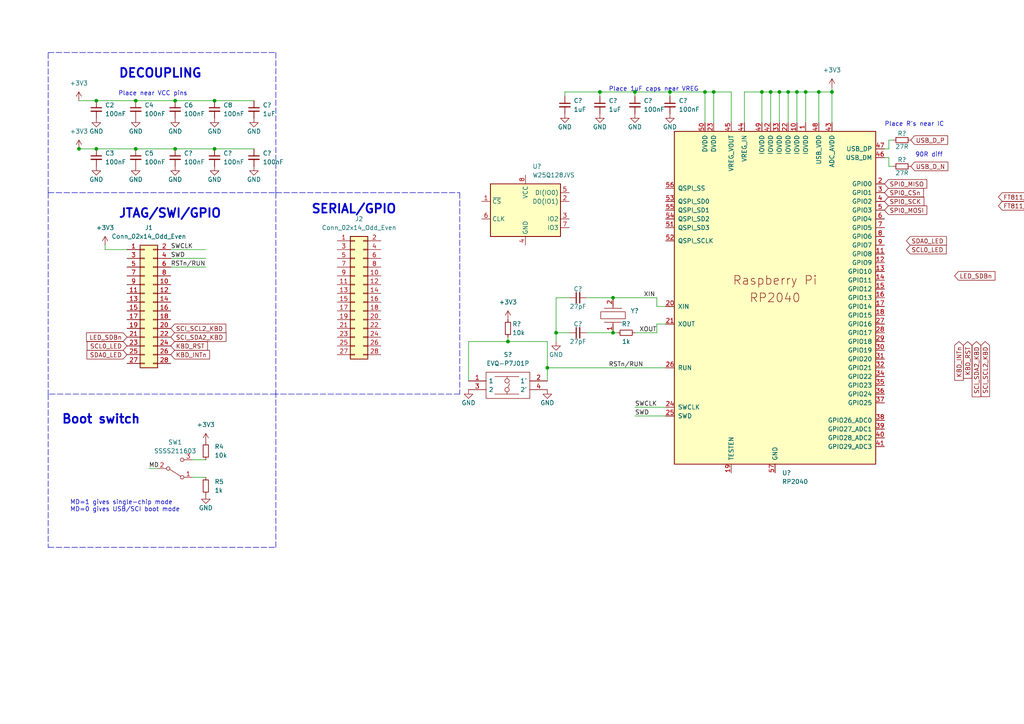
<source format=kicad_sch>
(kicad_sch (version 20211123) (generator eeschema)
  (paper "A4")
  (lib_symbols
    (symbol "Connector_Generic:Conn_02x14_Odd_Even" (pin_names (offset 1.016) hide)
      (property "Reference" "J" (at 1.27 17.78 0))
      (property "Value" "Conn_02x14_Odd_Even" (at 1.27 -20.32 0))
      (symbol "Conn_02x14_Odd_Even_1_1"
        (rectangle (start -1.27 -17.653) (end 0 -17.907) (stroke (width 0.1524)))
        (rectangle (start -1.27 -15.113) (end 0 -15.367) (stroke (width 0.1524)))
        (rectangle (start -1.27 -12.573) (end 0 -12.827) (stroke (width 0.1524)))
        (rectangle (start -1.27 -10.033) (end 0 -10.287) (stroke (width 0.1524)))
        (rectangle (start -1.27 -7.493) (end 0 -7.747) (stroke (width 0.1524)))
        (rectangle (start -1.27 -4.953) (end 0 -5.207) (stroke (width 0.1524)))
        (rectangle (start -1.27 -2.413) (end 0 -2.667) (stroke (width 0.1524)))
        (rectangle (start -1.27 0.127) (end 0 -0.127) (stroke (width 0.1524)))
        (rectangle (start -1.27 2.667) (end 0 2.413) (stroke (width 0.1524)))
        (rectangle (start -1.27 5.207) (end 0 4.953) (stroke (width 0.1524)))
        (rectangle (start -1.27 7.747) (end 0 7.493) (stroke (width 0.1524)))
        (rectangle (start -1.27 10.287) (end 0 10.033) (stroke (width 0.1524)))
        (rectangle (start -1.27 12.827) (end 0 12.573) (stroke (width 0.1524)))
        (rectangle (start -1.27 15.367) (end 0 15.113) (stroke (width 0.1524)))
        (rectangle (start -1.27 16.51) (end 3.81 -19.05) (stroke (width 0.254)) (fill (type background)))
        (rectangle (start 3.81 -17.653) (end 2.54 -17.907) (stroke (width 0.1524)))
        (rectangle (start 3.81 -15.113) (end 2.54 -15.367) (stroke (width 0.1524)))
        (rectangle (start 3.81 -12.573) (end 2.54 -12.827) (stroke (width 0.1524)))
        (rectangle (start 3.81 -10.033) (end 2.54 -10.287) (stroke (width 0.1524)))
        (rectangle (start 3.81 -7.493) (end 2.54 -7.747) (stroke (width 0.1524)))
        (rectangle (start 3.81 -4.953) (end 2.54 -5.207) (stroke (width 0.1524)))
        (rectangle (start 3.81 -2.413) (end 2.54 -2.667) (stroke (width 0.1524)))
        (rectangle (start 3.81 0.127) (end 2.54 -0.127) (stroke (width 0.1524)))
        (rectangle (start 3.81 2.667) (end 2.54 2.413) (stroke (width 0.1524)))
        (rectangle (start 3.81 5.207) (end 2.54 4.953) (stroke (width 0.1524)))
        (rectangle (start 3.81 7.747) (end 2.54 7.493) (stroke (width 0.1524)))
        (rectangle (start 3.81 10.287) (end 2.54 10.033) (stroke (width 0.1524)))
        (rectangle (start 3.81 12.827) (end 2.54 12.573) (stroke (width 0.1524)))
        (rectangle (start 3.81 15.367) (end 2.54 15.113) (stroke (width 0.1524)))
        (pin passive line (at -5.08 15.24 0) (length 3.81) (name "Pin_1") (number "1"))
        (pin passive line (at 7.62 5.08 180) (length 3.81) (name "Pin_10") (number "10"))
        (pin passive line (at -5.08 2.54 0) (length 3.81) (name "Pin_11") (number "11"))
        (pin passive line (at 7.62 2.54 180) (length 3.81) (name "Pin_12") (number "12"))
        (pin passive line (at -5.08 0 0) (length 3.81) (name "Pin_13") (number "13"))
        (pin passive line (at 7.62 0 180) (length 3.81) (name "Pin_14") (number "14"))
        (pin passive line (at -5.08 -2.54 0) (length 3.81) (name "Pin_15") (number "15"))
        (pin passive line (at 7.62 -2.54 180) (length 3.81) (name "Pin_16") (number "16"))
        (pin passive line (at -5.08 -5.08 0) (length 3.81) (name "Pin_17") (number "17"))
        (pin passive line (at 7.62 -5.08 180) (length 3.81) (name "Pin_18") (number "18"))
        (pin passive line (at -5.08 -7.62 0) (length 3.81) (name "Pin_19") (number "19"))
        (pin passive line (at 7.62 15.24 180) (length 3.81) (name "Pin_2") (number "2"))
        (pin passive line (at 7.62 -7.62 180) (length 3.81) (name "Pin_20") (number "20"))
        (pin passive line (at -5.08 -10.16 0) (length 3.81) (name "Pin_21") (number "21"))
        (pin passive line (at 7.62 -10.16 180) (length 3.81) (name "Pin_22") (number "22"))
        (pin passive line (at -5.08 -12.7 0) (length 3.81) (name "Pin_23") (number "23"))
        (pin passive line (at 7.62 -12.7 180) (length 3.81) (name "Pin_24") (number "24"))
        (pin passive line (at -5.08 -15.24 0) (length 3.81) (name "Pin_25") (number "25"))
        (pin passive line (at 7.62 -15.24 180) (length 3.81) (name "Pin_26") (number "26"))
        (pin passive line (at -5.08 -17.78 0) (length 3.81) (name "Pin_27") (number "27"))
        (pin passive line (at 7.62 -17.78 180) (length 3.81) (name "Pin_28") (number "28"))
        (pin passive line (at -5.08 12.7 0) (length 3.81) (name "Pin_3") (number "3"))
        (pin passive line (at 7.62 12.7 180) (length 3.81) (name "Pin_4") (number "4"))
        (pin passive line (at -5.08 10.16 0) (length 3.81) (name "Pin_5") (number "5"))
        (pin passive line (at 7.62 10.16 180) (length 3.81) (name "Pin_6") (number "6"))
        (pin passive line (at -5.08 7.62 0) (length 3.81) (name "Pin_7") (number "7"))
        (pin passive line (at 7.62 7.62 180) (length 3.81) (name "Pin_8") (number "8"))
        (pin passive line (at -5.08 5.08 0) (length 3.81) (name "Pin_9") (number "9"))
      )
    )
    (symbol "Device:C_Small" (pin_numbers hide) (pin_names (offset 0.254) hide)
      (property "Reference" "C" (at 0.254 1.778 0))
      (property "Value" "C_Small" (at 0.254 -2.032 0))
      (symbol "C_Small_0_1"
        (polyline (pts (xy -1.524 -0.508) (xy 1.524 -0.508)) (stroke (width 0.3302)))
        (polyline (pts (xy -1.524 0.508) (xy 1.524 0.508)) (stroke (width 0.3048)))
      )
      (symbol "C_Small_1_1"
        (pin passive line (at 0 2.54 270) (length 2.032) (name "~") (number "1"))
        (pin passive line (at 0 -2.54 90) (length 2.032) (name "~") (number "2"))
      )
    )
    (symbol "Device:R_Small" (pin_numbers hide) (pin_names (offset 0.254) hide)
      (property "Reference" "R" (at 0.762 0.508 0))
      (property "Value" "R_Small" (at 0.762 -1.016 0))
      (symbol "R_Small_0_1"
        (rectangle (start -0.762 1.778) (end 0.762 -1.778) (stroke (width 0.2032)))
      )
      (symbol "R_Small_1_1"
        (pin passive line (at 0 2.54 270) (length 0.762) (name "~") (number "1"))
        (pin passive line (at 0 -2.54 90) (length 0.762) (name "~") (number "2"))
      )
    )
    (symbol "MCU_RaspberryPi_RP2040:RP2040" (pin_names (offset 1.016))
      (property "Reference" "U" (at -29.21 49.53 0))
      (property "Value" "RP2040" (at 24.13 -49.53 0))
      (symbol "RP2040_0_0"
        (text "Raspberry Pi" (at 0 5.08 0) (effects (font (size 2.54 2.54))))
        (text "RP2040" (at 0 0 0) (effects (font (size 2.54 2.54))))
      )
      (symbol "RP2040_0_1"
        (rectangle (start 29.21 48.26) (end -29.21 -48.26) (stroke (width 0.254)) (fill (type background)))
      )
      (symbol "RP2040_1_1"
        (pin power_in line (at 8.89 50.8 270) (length 2.54) (name "IOVDD") (number "1"))
        (pin power_in line (at 6.35 50.8 270) (length 2.54) (name "IOVDD") (number "10"))
        (pin bidirectional line (at 31.75 12.7 180) (length 2.54) (name "GPIO8") (number "11"))
        (pin bidirectional line (at 31.75 10.16 180) (length 2.54) (name "GPIO9") (number "12"))
        (pin bidirectional line (at 31.75 7.62 180) (length 2.54) (name "GPIO10") (number "13"))
        (pin bidirectional line (at 31.75 5.08 180) (length 2.54) (name "GPIO11") (number "14"))
        (pin bidirectional line (at 31.75 2.54 180) (length 2.54) (name "GPIO12") (number "15"))
        (pin bidirectional line (at 31.75 0 180) (length 2.54) (name "GPIO13") (number "16"))
        (pin bidirectional line (at 31.75 -2.54 180) (length 2.54) (name "GPIO14") (number "17"))
        (pin bidirectional line (at 31.75 -5.08 180) (length 2.54) (name "GPIO15") (number "18"))
        (pin passive line (at -12.7 -50.8 90) (length 2.54) (name "TESTEN") (number "19"))
        (pin bidirectional line (at 31.75 33.02 180) (length 2.54) (name "GPIO0") (number "2"))
        (pin input line (at -31.75 -2.54 0) (length 2.54) (name "XIN") (number "20"))
        (pin passive line (at -31.75 -7.62 0) (length 2.54) (name "XOUT") (number "21"))
        (pin power_in line (at 3.81 50.8 270) (length 2.54) (name "IOVDD") (number "22"))
        (pin power_in line (at -17.78 50.8 270) (length 2.54) (name "DVDD") (number "23"))
        (pin output line (at -31.75 -31.75 0) (length 2.54) (name "SWCLK") (number "24"))
        (pin bidirectional line (at -31.75 -34.29 0) (length 2.54) (name "SWD") (number "25"))
        (pin input line (at -31.75 -20.32 0) (length 2.54) (name "RUN") (number "26"))
        (pin bidirectional line (at 31.75 -7.62 180) (length 2.54) (name "GPIO16") (number "27"))
        (pin bidirectional line (at 31.75 -10.16 180) (length 2.54) (name "GPIO17") (number "28"))
        (pin bidirectional line (at 31.75 -12.7 180) (length 2.54) (name "GPIO18") (number "29"))
        (pin bidirectional line (at 31.75 30.48 180) (length 2.54) (name "GPIO1") (number "3"))
        (pin bidirectional line (at 31.75 -15.24 180) (length 2.54) (name "GPIO19") (number "30"))
        (pin bidirectional line (at 31.75 -17.78 180) (length 2.54) (name "GPIO20") (number "31"))
        (pin bidirectional line (at 31.75 -20.32 180) (length 2.54) (name "GPIO21") (number "32"))
        (pin power_in line (at 1.27 50.8 270) (length 2.54) (name "IOVDD") (number "33"))
        (pin bidirectional line (at 31.75 -22.86 180) (length 2.54) (name "GPIO22") (number "34"))
        (pin bidirectional line (at 31.75 -25.4 180) (length 2.54) (name "GPIO23") (number "35"))
        (pin bidirectional line (at 31.75 -27.94 180) (length 2.54) (name "GPIO24") (number "36"))
        (pin bidirectional line (at 31.75 -30.48 180) (length 2.54) (name "GPIO25") (number "37"))
        (pin bidirectional line (at 31.75 -35.56 180) (length 2.54) (name "GPIO26_ADC0") (number "38"))
        (pin bidirectional line (at 31.75 -38.1 180) (length 2.54) (name "GPIO27_ADC1") (number "39"))
        (pin bidirectional line (at 31.75 27.94 180) (length 2.54) (name "GPIO2") (number "4"))
        (pin bidirectional line (at 31.75 -40.64 180) (length 2.54) (name "GPIO28_ADC2") (number "40"))
        (pin bidirectional line (at 31.75 -43.18 180) (length 2.54) (name "GPIO29_ADC3") (number "41"))
        (pin power_in line (at -1.27 50.8 270) (length 2.54) (name "IOVDD") (number "42"))
        (pin power_in line (at 16.51 50.8 270) (length 2.54) (name "ADC_AVDD") (number "43"))
        (pin power_in line (at -8.89 50.8 270) (length 2.54) (name "VREG_IN") (number "44"))
        (pin power_out line (at -12.7 50.8 270) (length 2.54) (name "VREG_VOUT") (number "45"))
        (pin bidirectional line (at 31.75 40.64 180) (length 2.54) (name "USB_DM") (number "46"))
        (pin bidirectional line (at 31.75 43.18 180) (length 2.54) (name "USB_DP") (number "47"))
        (pin power_in line (at 12.7 50.8 270) (length 2.54) (name "USB_VDD") (number "48"))
        (pin power_in line (at -3.81 50.8 270) (length 2.54) (name "IOVDD") (number "49"))
        (pin bidirectional line (at 31.75 25.4 180) (length 2.54) (name "GPIO3") (number "5"))
        (pin power_in line (at -20.32 50.8 270) (length 2.54) (name "DVDD") (number "50"))
        (pin bidirectional line (at -31.75 20.32 0) (length 2.54) (name "QSPI_SD3") (number "51"))
        (pin output line (at -31.75 16.51 0) (length 2.54) (name "QSPI_SCLK") (number "52"))
        (pin bidirectional line (at -31.75 27.94 0) (length 2.54) (name "QSPI_SD0") (number "53"))
        (pin bidirectional line (at -31.75 22.86 0) (length 2.54) (name "QSPI_SD2") (number "54"))
        (pin bidirectional line (at -31.75 25.4 0) (length 2.54) (name "QSPI_SD1") (number "55"))
        (pin bidirectional line (at -31.75 31.75 0) (length 2.54) (name "QSPI_SS") (number "56"))
        (pin power_in line (at 0 -50.8 90) (length 2.54) (name "GND") (number "57"))
        (pin bidirectional line (at 31.75 22.86 180) (length 2.54) (name "GPIO4") (number "6"))
        (pin bidirectional line (at 31.75 20.32 180) (length 2.54) (name "GPIO5") (number "7"))
        (pin bidirectional line (at 31.75 17.78 180) (length 2.54) (name "GPIO6") (number "8"))
        (pin bidirectional line (at 31.75 15.24 180) (length 2.54) (name "GPIO7") (number "9"))
      )
    )
    (symbol "Memory_Flash:W25Q128JVS"
      (property "Reference" "U" (at -8.89 8.89 0))
      (property "Value" "W25Q128JVS" (at 7.62 8.89 0))
      (symbol "W25Q128JVS_0_1"
        (rectangle (start -10.16 7.62) (end 10.16 -7.62) (stroke (width 0.254)) (fill (type background)))
      )
      (symbol "W25Q128JVS_1_1"
        (pin input line (at -12.7 2.54 0) (length 2.54) (name "~{CS}") (number "1"))
        (pin bidirectional line (at 12.7 2.54 180) (length 2.54) (name "DO(IO1)") (number "2"))
        (pin bidirectional line (at 12.7 -2.54 180) (length 2.54) (name "IO2") (number "3"))
        (pin power_in line (at 0 -10.16 90) (length 2.54) (name "GND") (number "4"))
        (pin bidirectional line (at 12.7 5.08 180) (length 2.54) (name "DI(IO0)") (number "5"))
        (pin input line (at -12.7 -2.54 0) (length 2.54) (name "CLK") (number "6"))
        (pin bidirectional line (at 12.7 -5.08 180) (length 2.54) (name "IO3") (number "7"))
        (pin power_in line (at 0 10.16 270) (length 2.54) (name "VCC") (number "8"))
      )
    )
    (symbol "SamacSys_Parts:ABLS-12.000MHZ-B4-T" (pin_names (offset 0.762))
      (property "Reference" "Y" (at 8.89 6.35 0))
      (property "Value" "ABLS-12.000MHZ-B4-T" (at 8.89 3.81 0))
      (symbol "ABLS-12.000MHZ-B4-T_0_0"
        (pin passive line (at 0 0 0) (length 2.54) (name "~") (number "1"))
        (pin passive line (at 10.16 0 180) (length 2.54) (name "~") (number "2"))
      )
      (symbol "ABLS-12.000MHZ-B4-T_0_1"
        (polyline (pts (xy 3.048 0) (xy 2.54 0)) (stroke (width 0.1524)))
        (polyline (pts (xy 3.048 2.54) (xy 3.048 -2.54)) (stroke (width 0.1524)))
        (polyline (pts (xy 7.112 0) (xy 7.62 0)) (stroke (width 0.1524)))
        (polyline (pts (xy 7.112 2.54) (xy 7.112 -2.54)) (stroke (width 0.1524)))
        (polyline (pts (xy 4.064 3.556) (xy 4.064 -3.556) (xy 6.096 -3.556) (xy 6.096 3.556) (xy 4.064 3.556)) (stroke (width 0.1524)))
      )
    )
    (symbol "SamacSys_Parts:EVQ-P7J01P" (pin_names (offset 0.762))
      (property "Reference" "S?" (at 11.43 7.62 0))
      (property "Value" "EVQ-P7J01P" (at 11.43 5.08 0))
      (symbol "EVQ-P7J01P_0_0"
        (pin passive line (at 0 0 0) (length 5.08) (name "1") (number "1"))
        (pin passive line (at 22.86 0 180) (length 5.08) (name "1'") (number "2"))
        (pin passive line (at 0 -2.54 0) (length 5.08) (name "2") (number "3"))
        (pin passive line (at 22.86 -2.54 180) (length 5.08) (name "2'") (number "4"))
      )
      (symbol "EVQ-P7J01P_0_1"
        (polyline (pts (xy 7.62 -3.81) (xy 14.605 -3.81)))
        (polyline (pts (xy 7.62 1.27) (xy 14.605 1.27)))
        (polyline (pts (xy 11.176 -3.302) (xy 11.176 -3.81)))
        (polyline (pts (xy 11.176 0.762) (xy 11.176 1.27)))
        (polyline (pts (xy 11.43 -1.778) (xy 11.938 -0.762)))
        (polyline (pts (xy 5.08 2.54) (xy 17.78 2.54) (xy 17.78 -5.08) (xy 5.08 -5.08) (xy 5.08 2.54)) (stroke (width 0.1524)))
        (circle (center 11.176 -2.54) (radius 0.635))
        (circle (center 11.176 0) (radius 0.635))
      )
    )
    (symbol "Switch:SW_SPDT" (pin_names (offset 0) hide)
      (property "Reference" "SW" (at 0 4.318 0))
      (property "Value" "SW_SPDT" (at 0 -5.08 0))
      (symbol "SW_SPDT_0_0"
        (circle (center -2.032 0) (radius 0.508))
        (circle (center 2.032 -2.54) (radius 0.508))
      )
      (symbol "SW_SPDT_0_1"
        (polyline (pts (xy -1.524 0.254) (xy 1.651 2.286)))
        (circle (center 2.032 2.54) (radius 0.508))
      )
      (symbol "SW_SPDT_1_1"
        (pin passive line (at 5.08 2.54 180) (length 2.54) (name "A") (number "1"))
        (pin passive line (at -5.08 0 0) (length 2.54) (name "B") (number "2"))
        (pin passive line (at 5.08 -2.54 180) (length 2.54) (name "C") (number "3"))
      )
    )
    (symbol "power:+3V3" (power) (pin_names (offset 0))
      (property "Value" "+3V3" (at 0 3.556 0))
      (symbol "+3V3_0_1"
        (polyline (pts (xy -0.762 1.27) (xy 0 2.54)))
        (polyline (pts (xy 0 0) (xy 0 2.54)))
        (polyline (pts (xy 0 2.54) (xy 0.762 1.27)))
      )
      (symbol "+3V3_1_1"
        (pin power_in line (at 0 0 90) (length 0) hide (name "+3V3") (number "1"))
      )
    )
    (symbol "power:GND" (power) (pin_names (offset 0))
      (property "Value" "GND" (at 0 -3.81 0))
      (symbol "GND_0_1"
        (polyline (pts (xy 0 0) (xy 0 -1.27) (xy 1.27 -1.27) (xy 0 -2.54) (xy -1.27 -1.27) (xy 0 -1.27)))
      )
      (symbol "GND_1_1"
        (pin power_in line (at 0 0 270) (length 0) hide (name "GND") (number "1"))
      )
    )
  )
  (junction (at 231.14 26.67))
  (junction (at 27.94 29.21))
  (junction (at 237.49 26.67))
  (junction (at 173.99 26.67))
  (junction (at 147.32 99.06))
  (junction (at 27.94 43.18))
  (junction (at 22.8996 43.18))
  (junction (at 62.23 29.21))
  (junction (at 39.37 29.21))
  (junction (at 223.52 26.67))
  (junction (at 161.29 96.52))
  (junction (at 62.23 43.18))
  (junction (at 220.98 26.67))
  (junction (at 204.47 26.67))
  (junction (at 233.68 26.67))
  (junction (at 241.3 26.67))
  (junction (at 226.06 26.67))
  (junction (at 228.6 26.67))
  (junction (at 194.31 26.67))
  (junction (at 184.15 26.67))
  (junction (at 207.01 26.67))
  (junction (at 50.8 29.21))
  (junction (at 177.8 86.36))
  (junction (at 50.8 43.18))
  (junction (at 158.75 106.68))
  (junction (at 39.37 43.18))
  (junction (at 177.8 96.52))
  (polyline (pts (xy 80.01 55.88) (xy 133.35 55.88)))
  (polyline (pts (xy 13.97 15.24) (xy 80.01 15.24)))
  (wire (pts (xy 190.5 86.36) (xy 177.8 86.36)))
  (wire (pts (xy 220.98 26.67) (xy 223.52 26.67)))
  (wire (pts (xy 190.5 88.9) (xy 190.5 86.36)))
  (wire (pts (xy 39.37 43.18) (xy 50.8 43.18)))
  (wire (pts (xy 190.5 96.52) (xy 190.5 93.98)))
  (wire (pts (xy 55.88 133.35) (xy 59.69 133.35)))
  (polyline (pts (xy 13.97 158.75) (xy 80.01 158.75)))
  (wire (pts (xy 184.15 118.11) (xy 193.04 118.11)))
  (wire (pts (xy 194.31 26.67) (xy 194.31 27.94)))
  (wire (pts (xy 161.29 96.52) (xy 161.29 86.36)))
  (wire (pts (xy 22.86 29.21) (xy 27.94 29.21)))
  (wire (pts (xy 49.53 72.39) (xy 59.69 72.39)))
  (polyline (pts (xy 133.35 114.3) (xy 80.01 114.3)))
  (polyline (pts (xy 13.97 114.3) (xy 13.97 158.75)))
  (polyline (pts (xy 13.97 55.88) (xy 13.97 15.24)))
  (wire (pts (xy 158.75 106.68) (xy 158.75 110.49)))
  (wire (pts (xy 22.8996 43.18) (xy 22.86 43.18)))
  (wire (pts (xy 212.09 35.56) (xy 212.09 26.67)))
  (wire (pts (xy 184.15 120.65) (xy 193.04 120.65)))
  (wire (pts (xy 237.49 26.67) (xy 237.49 35.56)))
  (wire (pts (xy 223.52 26.67) (xy 226.06 26.67)))
  (wire (pts (xy 228.6 26.67) (xy 228.6 35.56)))
  (wire (pts (xy 231.14 26.67) (xy 233.68 26.67)))
  (wire (pts (xy 170.18 86.36) (xy 177.8 86.36)))
  (wire (pts (xy 231.14 26.67) (xy 231.14 35.56)))
  (wire (pts (xy 30.48 72.39) (xy 30.48 71.12)))
  (wire (pts (xy 215.9 35.56) (xy 215.9 26.67)))
  (wire (pts (xy 190.5 93.98) (xy 193.04 93.98)))
  (polyline (pts (xy 13.97 55.88) (xy 13.97 114.3)))
  (polyline (pts (xy 80.01 55.88) (xy 80.01 114.3)))
  (wire (pts (xy 135.89 99.06) (xy 147.32 99.06)))
  (wire (pts (xy 233.68 26.67) (xy 237.49 26.67)))
  (wire (pts (xy 237.49 26.67) (xy 241.3 26.67)))
  (wire (pts (xy 27.94 43.18) (xy 39.37 43.18)))
  (wire (pts (xy 223.52 26.67) (xy 223.52 35.56)))
  (polyline (pts (xy 80.01 158.75) (xy 80.01 114.3)))
  (wire (pts (xy 163.83 26.67) (xy 173.99 26.67)))
  (wire (pts (xy 173.99 26.67) (xy 184.15 26.67)))
  (polyline (pts (xy 133.35 55.88) (xy 133.35 114.3)))
  (wire (pts (xy 204.47 26.67) (xy 194.31 26.67)))
  (wire (pts (xy 43.18 135.89) (xy 45.72 135.89)))
  (wire (pts (xy 39.37 29.21) (xy 27.94 29.21)))
  (wire (pts (xy 193.04 88.9) (xy 190.5 88.9)))
  (polyline (pts (xy 80.01 114.3) (xy 13.97 114.3)))
  (wire (pts (xy 212.09 26.67) (xy 207.01 26.67)))
  (wire (pts (xy 257.81 48.26) (xy 257.81 45.72)))
  (wire (pts (xy 49.53 77.47) (xy 59.69 77.47)))
  (wire (pts (xy 259.08 40.64) (xy 257.81 40.64)))
  (wire (pts (xy 147.32 97.79) (xy 147.32 99.06)))
  (wire (pts (xy 50.8 43.18) (xy 62.23 43.18)))
  (wire (pts (xy 220.98 35.56) (xy 220.98 26.67)))
  (wire (pts (xy 50.8 29.21) (xy 39.37 29.21)))
  (wire (pts (xy 184.15 96.52) (xy 190.5 96.52)))
  (wire (pts (xy 36.83 72.39) (xy 30.48 72.39)))
  (wire (pts (xy 161.29 99.06) (xy 161.29 96.52)))
  (wire (pts (xy 257.81 45.72) (xy 256.54 45.72)))
  (wire (pts (xy 62.23 29.21) (xy 73.66 29.21)))
  (wire (pts (xy 259.08 48.26) (xy 257.81 48.26)))
  (wire (pts (xy 158.75 99.06) (xy 147.32 99.06)))
  (wire (pts (xy 163.83 26.67) (xy 163.83 27.94)))
  (wire (pts (xy 49.53 74.93) (xy 59.69 74.93)))
  (wire (pts (xy 228.6 26.67) (xy 231.14 26.67)))
  (wire (pts (xy 184.15 26.67) (xy 184.15 27.94)))
  (wire (pts (xy 226.06 26.67) (xy 226.06 35.56)))
  (wire (pts (xy 226.06 26.67) (xy 228.6 26.67)))
  (wire (pts (xy 161.29 96.52) (xy 165.1 96.52)))
  (wire (pts (xy 158.75 99.06) (xy 158.75 106.68)))
  (wire (pts (xy 194.31 26.67) (xy 184.15 26.67)))
  (wire (pts (xy 193.04 106.68) (xy 158.75 106.68)))
  (wire (pts (xy 55.88 138.43) (xy 59.69 138.43)))
  (wire (pts (xy 241.3 26.67) (xy 241.3 35.56)))
  (polyline (pts (xy 13.97 55.88) (xy 80.01 55.88)))
  (wire (pts (xy 179.07 96.52) (xy 177.8 96.52)))
  (wire (pts (xy 257.81 40.64) (xy 257.81 43.18)))
  (wire (pts (xy 207.01 26.67) (xy 207.01 35.56)))
  (wire (pts (xy 207.01 26.67) (xy 204.47 26.67)))
  (wire (pts (xy 62.23 43.18) (xy 73.66 43.18)))
  (wire (pts (xy 241.3 25.4) (xy 241.3 26.67)))
  (wire (pts (xy 135.89 110.49) (xy 135.89 99.06)))
  (wire (pts (xy 27.94 43.18) (xy 22.8996 43.18)))
  (wire (pts (xy 204.47 26.67) (xy 204.47 35.56)))
  (wire (pts (xy 62.23 29.21) (xy 50.8 29.21)))
  (polyline (pts (xy 80.01 15.24) (xy 80.01 55.88)))
  (wire (pts (xy 173.99 26.67) (xy 173.99 27.94)))
  (wire (pts (xy 161.29 86.36) (xy 165.1 86.36)))
  (wire (pts (xy 215.9 26.67) (xy 220.98 26.67)))
  (wire (pts (xy 233.68 26.67) (xy 233.68 35.56)))
  (wire (pts (xy 257.81 43.18) (xy 256.54 43.18)))
  (wire (pts (xy 170.18 96.52) (xy 177.8 96.52)))
  (text "SERIAL/GPIO" (at 90.17 62.23 0) (effects (font (size 2.54 2.54) (thickness 0.508) bold) (justify left bottom)))
  (text "DECOUPLING" (at 34.29 22.86 0) (effects (font (size 2.54 2.54) (thickness 0.508) bold) (justify left bottom)))
  (text "Place 1uF caps near VREG" (at 176.53 26.67 0) (effects (font (size 1.27 1.27)) (justify left bottom)))
  (text "MD=1 gives single-chip mode\nMD=0 gives USB/SCI boot mode" (at 20.32 148.59 0) (effects (font (size 1.27 1.27)) (justify left bottom)))
  (text "Place near VCC pins" (at 34.29 27.94 0) (effects (font (size 1.27 1.27)) (justify left bottom)))
  (text "90R diff" (at 265.43 45.72 0) (effects (font (size 1.27 1.27)) (justify left bottom)))
  (text "Place R's near IC" (at 256.54 36.83 0) (effects (font (size 1.27 1.27)) (justify left bottom)))
  (text "Boot switch" (at 17.78 123.19 0) (effects (font (size 2.54 2.54) (thickness 0.508) bold) (justify left bottom)))
  (text "JTAG/SWI/GPIO" (at 34.29 63.5 0) (effects (font (size 2.54 2.54) (thickness 0.508) bold) (justify left bottom)))
  (label "RSTn{slash}RUN" (at 176.53 106.68 0))
  (label "XIN" (at 186.69 86.36 0))
  (label "XOUT" (at 185.42 96.52 0))
  (label "SWCLK" (at 184.15 118.11 0))
  (label "SWCLK" (at 49.53 72.39 0))
  (label "SWD" (at 184.15 120.65 0))
  (label "RSTn{slash}RUN" (at 49.53 77.47 0))
  (label "SWD" (at 49.53 74.93 0))
  (label "MD" (at 43.18 135.89 0))
  (global_label "SPI0_SCK" (shape input) (at 256.54 58.42 0) (property "Intersheet References" "${INTERSHEET_REFS}" (effects hide)))
  (global_label "USB_D_P" (shape input) (at 264.16 40.64 0) (property "Intersheet References" "${INTERSHEET_REFS}" (effects hide)))
  (global_label "FT811_PDN" (shape input) (at 289.56 57.15 0) (property "Intersheet References" "${INTERSHEET_REFS}" (effects hide)))
  (global_label "SPI0_MISO" (shape input) (at 256.54 53.34 0) (property "Intersheet References" "${INTERSHEET_REFS}" (effects hide)))
  (global_label "SPI0_MOSI" (shape input) (at 256.54 60.96 0) (property "Intersheet References" "${INTERSHEET_REFS}" (effects hide)))
  (global_label "KBD_INTn" (shape input) (at 49.53 102.87 0) (property "Intersheet References" "${INTERSHEET_REFS}" (effects hide)))
  (global_label "SCI_SDA2_KBD" (shape input) (at 283.21 99.06 270) (property "Intersheet References" "${INTERSHEET_REFS}" (effects hide)))
  (global_label "SDA0_LED" (shape input) (at 36.83 102.87 180) (property "Intersheet References" "${INTERSHEET_REFS}" (effects hide)))
  (global_label "KBD_RST" (shape input) (at 49.53 100.33 0) (property "Intersheet References" "${INTERSHEET_REFS}" (effects hide)))
  (global_label "SCI_SDA2_KBD" (shape input) (at 49.53 97.79 0) (property "Intersheet References" "${INTERSHEET_REFS}" (effects hide)))
  (global_label "SPI0_CSn" (shape input) (at 256.54 55.88 0) (property "Intersheet References" "${INTERSHEET_REFS}" (effects hide)))
  (global_label "SCL0_LED" (shape input) (at 36.83 100.33 180) (property "Intersheet References" "${INTERSHEET_REFS}" (effects hide)))
  (global_label "SCI_SCL2_KBD" (shape input) (at 285.75 99.06 270) (property "Intersheet References" "${INTERSHEET_REFS}" (effects hide)))
  (global_label "SDA0_LED" (shape input) (at 262.89 69.85 0) (property "Intersheet References" "${INTERSHEET_REFS}" (effects hide)))
  (global_label "LED_SDBn" (shape input) (at 36.83 97.79 180) (property "Intersheet References" "${INTERSHEET_REFS}" (effects hide)))
  (global_label "FT811_INTN" (shape input) (at 289.56 59.69 0) (property "Intersheet References" "${INTERSHEET_REFS}" (effects hide)))
  (global_label "SCI_SCL2_KBD" (shape input) (at 49.53 95.25 0) (property "Intersheet References" "${INTERSHEET_REFS}" (effects hide)))
  (global_label "KBD_INTn" (shape input) (at 278.13 99.06 270) (property "Intersheet References" "${INTERSHEET_REFS}" (effects hide)))
  (global_label "SCL0_LED" (shape input) (at 262.89 72.39 0) (property "Intersheet References" "${INTERSHEET_REFS}" (effects hide)))
  (global_label "LED_SDBn" (shape input) (at 276.86 80.01 0) (property "Intersheet References" "${INTERSHEET_REFS}" (effects hide)))
  (global_label "KBD_RST" (shape input) (at 280.67 99.06 270) (property "Intersheet References" "${INTERSHEET_REFS}" (effects hide)))
  (global_label "USB_D_N" (shape input) (at 264.16 48.26 0) (property "Intersheet References" "${INTERSHEET_REFS}" (effects hide)))
  (symbol (lib_id "power:+3V3") (at 22.86 29.21 0) (unit 1)
    (property "Reference" "#PWR04" (effects hide))
    (property "Value" "+3V3" (at 22.86 24.13 0))
  )
  (symbol (lib_id "power:GND") (at 59.69 143.51 0) (unit 1)
    (property "Reference" "#PWR012" (effects hide))
    (property "Value" "GND" (at 59.69 147.32 0))
  )
  (symbol (lib_id "Device:R_Small") (at 59.69 140.97 0) (mirror y) (unit 1)
    (property "Reference" "R5" (at 62.23 139.6999 0) (effects (justify right)))
    (property "Value" "1k" (at 62.23 142.2399 0) (effects (justify right)))
    (property "Footprint" "Resistor_SMD:R_0402_1005Metric" (effects hide))
    (property "LCSC" "C279981" (effects hide))
  )
  (symbol (lib_id "Memory_Flash:W25Q128JVS") (at 152.4 60.96 0) (unit 1)
    (property "Reference" "U?" (at 154.4194 48.26 0) (effects (justify left)))
    (property "Value" "W25Q128JVS" (at 154.4194 50.8 0) (effects (justify left)))
    (property "Footprint" "Package_SO:SOIC-8_5.23x5.23mm_P1.27mm" (effects hide))
    (property "Datasheet" "http://www.winbond.com/resource-files/w25q128jv_dtr%20revc%2003272018%20plus.pdf" (effects hide))
  )
  (symbol (lib_id "Device:R_Small") (at 261.62 48.26 90) (unit 1)
    (property "Reference" "R?" (at 261.62 46.355 90))
    (property "Value" "27R" (at 261.62 50.165 90))
    (property "Footprint" "Resistor_SMD:R_0402_1005Metric" (effects hide))
    (property "LCSC" "C25100" (effects hide))
  )
  (symbol (lib_id "Device:C_Small") (at 50.8 31.75 0) (unit 1)
    (property "Reference" "C6" (at 53.34 30.4862 0) (effects (justify left)))
    (property "Value" "100nF" (at 53.34 33.0262 0) (effects (justify left)))
    (property "Footprint" "Capacitor_SMD:C_0402_1005Metric" (effects hide))
    (property "LCSC" "C1525" (effects hide))
  )
  (symbol (lib_id "power:+3V3") (at 241.3 25.4 0) (unit 1)
    (property "Reference" "#PWR?" (effects hide))
    (property "Value" "+3V3" (at 241.3 20.32 0))
  )
  (symbol (lib_id "power:GND") (at 73.66 48.26 0) (unit 1)
    (property "Reference" "#PWR?" (effects hide))
    (property "Value" "GND" (at 73.66 52.07 0))
  )
  (symbol (lib_id "Device:C_Small") (at 163.83 30.48 0) (unit 1)
    (property "Reference" "C?" (at 166.37 29.2162 0) (effects (justify left)))
    (property "Value" "1uF" (at 166.37 31.7562 0) (effects (justify left)))
    (property "Footprint" "Capacitor_SMD:C_0402_1005Metric" (effects hide))
    (property "LCSC" "C52923" (effects hide))
  )
  (symbol (lib_id "Device:C_Small") (at 62.23 45.72 0) (unit 1)
    (property "Reference" "C?" (at 64.77 44.4562 0) (effects (justify left)))
    (property "Value" "100nF" (at 64.77 46.9962 0) (effects (justify left)))
    (property "Footprint" "Capacitor_SMD:C_0402_1005Metric" (effects hide))
    (property "LCSC" "C1525" (effects hide))
  )
  (symbol (lib_id "Device:C_Small") (at 27.94 45.72 0) (unit 1)
    (property "Reference" "C3" (at 30.48 44.4562 0) (effects (justify left)))
    (property "Value" "100nF" (at 30.48 46.9962 0) (effects (justify left)))
    (property "Footprint" "Capacitor_SMD:C_0402_1005Metric" (effects hide))
    (property "LCSC" "C1525" (effects hide))
  )
  (symbol (lib_id "Device:R_Small") (at 261.62 40.64 90) (unit 1)
    (property "Reference" "R?" (at 261.62 38.735 90))
    (property "Value" "27R" (at 261.62 42.545 90))
    (property "Footprint" "Resistor_SMD:R_0402_1005Metric" (effects hide))
    (property "LCSC" "C25100" (effects hide))
  )
  (symbol (lib_id "Device:C_Small") (at 27.94 31.75 0) (unit 1)
    (property "Reference" "C2" (at 30.48 30.4862 0) (effects (justify left)))
    (property "Value" "100nF" (at 30.48 33.0262 0) (effects (justify left)))
    (property "Footprint" "Capacitor_SMD:C_0402_1005Metric" (effects hide))
    (property "LCSC" "C1525" (effects hide))
  )
  (symbol (lib_id "Connector_Generic:Conn_02x14_Odd_Even") (at 41.91 87.63 0) (unit 1)
    (property "Reference" "J1" (at 43.18 66.04 0))
    (property "Value" "Conn_02x14_Odd_Even" (at 43.18 68.58 0))
    (property "Footprint" "Connector_PinHeader_2.54mm:PinHeader_2x14_P2.54mm_Vertical_SMD" (effects hide))
    (property "LCSC" "DNM" (effects hide))
  )
  (symbol (lib_id "Device:C_Small") (at 62.23 31.75 0) (unit 1)
    (property "Reference" "C8" (at 64.77 30.4862 0) (effects (justify left)))
    (property "Value" "100nF" (at 64.77 33.0262 0) (effects (justify left)))
    (property "Footprint" "Capacitor_SMD:C_0402_1005Metric" (effects hide))
    (property "LCSC" "C1525" (effects hide))
  )
  (symbol (lib_id "SamacSys_Parts:ABLS-12.000MHZ-B4-T") (at 177.8 96.52 90) (unit 1)
    (property "Reference" "Y?" (at 182.88 90.1699 90) (effects (justify right)))
    (property "Value" "ABLS-12.000MHZ-B4-T" (effects hide))
    (property "Footprint" "RP2040_minimal:Crystal_SMD_HC49-US" (effects hide))
    (property "Datasheet" "https://abracon.com/Resonators/abls.pdf" (effects hide))
    (property "Description" "ABRACON - ABLS-12.000MHZ-B4-T - CRYSTAL, 12MHZ, 18PF, HC-49US" (effects hide))
    (property "Mouser Part Number" "815-ABLS-12.0M-T" (effects hide))
    (property "Mouser Price/Stock" "https://www.mouser.co.uk/ProductDetail/ABRACON/ABLS-12.000MHZ-B4-T?qs=yTU0IcKoRlGSQ8ooxPPVnQ%3D%3D" (effects hide))
    (property "Manufacturer_Name" "ABRACON" (effects hide))
    (property "Manufacturer_Part_Number" "ABLS-12.000MHZ-B4-T" (effects hide))
    (property "LCSC" "C596818" (effects hide))
  )
  (symbol (lib_id "power:GND") (at 50.8 34.29 0) (unit 1)
    (property "Reference" "#PWR010" (effects hide))
    (property "Value" "GND" (at 50.8 38.1 0))
  )
  (symbol (lib_id "Device:R_Small") (at 59.69 130.81 0) (mirror y) (unit 1)
    (property "Reference" "R4" (at 62.23 129.5399 0) (effects (justify right)))
    (property "Value" "10k" (at 62.23 132.0799 0) (effects (justify right)))
    (property "Footprint" "Resistor_SMD:R_0402_1005Metric" (effects hide))
    (property "LCSC" "C140214" (effects hide))
  )
  (symbol (lib_id "Switch:SW_SPDT") (at 50.8 135.89 0) (mirror x) (unit 1)
    (property "Reference" "SW1" (at 50.8 128.27 0))
    (property "Value" "SSSS211603" (at 50.8 130.81 0))
    (property "Footprint" "SamacSys_Parts:SSSS211603" (effects hide))
    (property "LCSC" "C125040" (effects hide))
    (property "Manufacturer" "Alps Alpine" (effects hide))
  )
  (symbol (lib_id "Device:C_Small") (at 39.37 45.72 0) (unit 1)
    (property "Reference" "C5" (at 41.91 44.4562 0) (effects (justify left)))
    (property "Value" "100nF" (at 41.91 46.9962 0) (effects (justify left)))
    (property "Footprint" "Capacitor_SMD:C_0402_1005Metric" (effects hide))
    (property "LCSC" "C1525" (effects hide))
  )
  (symbol (lib_id "Device:C_Small") (at 73.66 45.72 0) (unit 1)
    (property "Reference" "C?" (at 76.2 44.4562 0) (effects (justify left)))
    (property "Value" "100nF" (at 76.2 46.9962 0) (effects (justify left)))
    (property "Footprint" "Capacitor_SMD:C_0402_1005Metric" (effects hide))
    (property "LCSC" "C1525" (effects hide))
  )
  (symbol (lib_id "Device:C_Small") (at 167.64 86.36 90) (unit 1)
    (property "Reference" "C?" (at 167.64 83.82 90))
    (property "Value" "27pF" (at 167.64 88.9 90))
    (property "Footprint" "Capacitor_SMD:C_0402_1005Metric" (effects hide))
    (property "LCSC" "C126504" (effects hide))
  )
  (symbol (lib_id "power:GND") (at 62.23 48.26 0) (unit 1)
    (property "Reference" "#PWR?" (effects hide))
    (property "Value" "GND" (at 62.23 52.07 0))
  )
  (symbol (lib_id "power:GND") (at 161.29 99.06 0) (unit 1)
    (property "Reference" "#PWR?" (effects hide))
    (property "Value" "GND" (at 161.29 102.87 0))
  )
  (symbol (lib_id "Device:C_Small") (at 184.15 30.48 0) (unit 1)
    (property "Reference" "C?" (at 186.69 29.2162 0) (effects (justify left)))
    (property "Value" "100nF" (at 186.69 31.7562 0) (effects (justify left)))
    (property "Footprint" "Capacitor_SMD:C_0402_1005Metric" (effects hide))
    (property "LCSC" "C1525" (effects hide))
  )
  (symbol (lib_id "SamacSys_Parts:EVQ-P7J01P") (at 135.89 110.49 0) (unit 1)
    (property "Reference" "S?" (at 147.32 102.87 0))
    (property "Value" "EVQ-P7J01P" (at 147.32 105.41 0))
    (property "Footprint" "EVQP7J01P" (effects hide))
    (property "Datasheet" "https://datasheet.datasheetarchive.com/originals/distributors/Datasheets-DGA6/577750.pdf" (effects hide))
    (property "Description" "Switch,Tactile,3.5x2.9mm,Light Touch Black Side Tactile Switch, SPST 50 mA@ 12 V dc 1.7mm" (effects hide))
    (property "Height" "1" (effects hide))
    (property "Mouser Part Number" "667-EVQP7J01P" (effects hide))
    (property "Mouser Price/Stock" "https://www.mouser.co.uk/ProductDetail/Panasonic/EVQ-P7J01P?qs=rJ%252BziJWpyszkfuBTA00z9w%3D%3D" (effects hide))
    (property "Manufacturer_Name" "Panasonic" (effects hide))
    (property "Manufacturer_Part_Number" "EVQ-P7J01P" (effects hide))
  )
  (symbol (lib_id "power:+3V3") (at 147.32 92.71 0) (unit 1)
    (property "Reference" "#PWR?" (effects hide))
    (property "Value" "+3V3" (at 147.32 87.63 0))
  )
  (symbol (lib_id "Connector_Generic:Conn_02x14_Odd_Even") (at 102.87 85.09 0) (unit 1)
    (property "Reference" "J2" (at 104.14 63.5 0))
    (property "Value" "Conn_02x14_Odd_Even" (at 104.14 66.04 0))
    (property "Footprint" "Connector_PinHeader_2.54mm:PinHeader_2x14_P2.54mm_Vertical_SMD" (effects hide))
    (property "LCSC" "DNM" (effects hide))
  )
  (symbol (lib_id "Device:C_Small") (at 73.66 31.75 0) (unit 1)
    (property "Reference" "C?" (at 76.2 30.4862 0) (effects (justify left)))
    (property "Value" "1uF" (at 76.2 33.0262 0) (effects (justify left)))
    (property "Footprint" "Capacitor_SMD:C_0402_1005Metric" (effects hide))
    (property "LCSC" "C52923" (effects hide))
  )
  (symbol (lib_id "Device:R_Small") (at 147.32 95.25 0) (mirror y) (unit 1)
    (property "Reference" "R?" (at 148.59 93.98 0) (effects (justify right)))
    (property "Value" "10k" (at 148.59 96.52 0) (effects (justify right)))
    (property "Footprint" "Resistor_SMD:R_0402_1005Metric" (effects hide))
    (property "LCSC" "C140214" (effects hide))
  )
  (symbol (lib_id "Device:R_Small") (at 181.61 96.52 90) (unit 1)
    (property "Reference" "R?" (at 181.61 93.98 90))
    (property "Value" "1k" (at 181.61 99.06 90))
    (property "Footprint" "Resistor_SMD:R_0402_1005Metric" (effects hide))
    (property "LCSC" "C11702" (effects hide))
  )
  (symbol (lib_id "power:+3V3") (at 22.8996 43.18 0) (unit 1)
    (property "Reference" "#PWR?" (effects hide))
    (property "Value" "+3V3" (at 22.8996 38.1 0))
  )
  (symbol (lib_id "power:GND") (at 135.89 113.03 0) (unit 1)
    (property "Reference" "#PWR?" (effects hide))
    (property "Value" "GND" (at 135.89 116.84 0))
  )
  (symbol (lib_id "power:GND") (at 158.75 113.03 0) (unit 1)
    (property "Reference" "#PWR?" (effects hide))
    (property "Value" "GND" (at 158.75 116.84 0))
  )
  (symbol (lib_id "Device:C_Small") (at 167.64 96.52 90) (unit 1)
    (property "Reference" "C?" (at 167.64 93.98 90))
    (property "Value" "27pF" (at 167.64 99.06 90))
    (property "Footprint" "Capacitor_SMD:C_0402_1005Metric" (effects hide))
    (property "LCSC" "C126504" (effects hide))
  )
  (symbol (lib_id "power:GND") (at 50.8 48.26 0) (unit 1)
    (property "Reference" "#PWR?" (effects hide))
    (property "Value" "GND" (at 50.8 52.07 0))
  )
  (symbol (lib_id "MCU_RaspberryPi_RP2040:RP2040") (at 224.79 86.36 0) (unit 1)
    (property "Reference" "U?" (at 226.8094 137.16 0) (effects (justify left)))
    (property "Value" "RP2040" (at 226.8094 139.7 0) (effects (justify left)))
    (property "Footprint" "RP2040_minimal:RP2040-QFN-56" (effects hide))
    (property "LCSC" "C2040" (effects hide))
  )
  (symbol (lib_id "power:GND") (at 27.94 48.26 0) (unit 1)
    (property "Reference" "#PWR06" (effects hide))
    (property "Value" "GND" (at 27.94 52.07 0))
  )
  (symbol (lib_id "Device:C_Small") (at 194.31 30.48 0) (unit 1)
    (property "Reference" "C?" (at 196.85 29.2162 0) (effects (justify left)))
    (property "Value" "100nF" (at 196.85 31.7562 0) (effects (justify left)))
    (property "Footprint" "Capacitor_SMD:C_0402_1005Metric" (effects hide))
    (property "LCSC" "C1525" (effects hide))
  )
  (symbol (lib_id "power:+3V3") (at 59.69 128.27 0) (unit 1)
    (property "Reference" "#PWR011" (effects hide))
    (property "Value" "+3V3" (at 59.69 123.19 0))
  )
  (symbol (lib_id "power:+3V3") (at 30.48 71.12 0) (unit 1)
    (property "Reference" "#PWR02" (effects hide))
    (property "Value" "+3V3" (at 30.48 66.04 0))
  )
  (symbol (lib_id "power:GND") (at 173.99 33.02 0) (unit 1)
    (property "Reference" "#PWR?" (effects hide))
    (property "Value" "GND" (at 173.99 36.83 0))
  )
  (symbol (lib_id "Device:C_Small") (at 50.8 45.72 0) (unit 1)
    (property "Reference" "C?" (at 53.34 44.4562 0) (effects (justify left)))
    (property "Value" "100nF" (at 53.34 46.9962 0) (effects (justify left)))
    (property "Footprint" "Capacitor_SMD:C_0402_1005Metric" (effects hide))
    (property "LCSC" "C1525" (effects hide))
  )
  (symbol (lib_id "power:GND") (at 62.23 34.29 0) (unit 1)
    (property "Reference" "#PWR014" (effects hide))
    (property "Value" "GND" (at 62.23 38.1 0))
  )
  (symbol (lib_id "Device:C_Small") (at 173.99 30.48 0) (unit 1)
    (property "Reference" "C?" (at 176.53 29.2162 0) (effects (justify left)))
    (property "Value" "1uF" (at 176.53 31.7562 0) (effects (justify left)))
    (property "Footprint" "Capacitor_SMD:C_0402_1005Metric" (effects hide))
    (property "LCSC" "C52923" (effects hide))
  )
  (symbol (lib_id "power:GND") (at 39.37 34.29 0) (unit 1)
    (property "Reference" "#PWR08" (effects hide))
    (property "Value" "GND" (at 39.37 38.1 0))
  )
  (symbol (lib_id "Device:C_Small") (at 39.37 31.75 0) (unit 1)
    (property "Reference" "C4" (at 41.91 30.4862 0) (effects (justify left)))
    (property "Value" "100nF" (at 41.91 33.0262 0) (effects (justify left)))
    (property "Footprint" "Capacitor_SMD:C_0402_1005Metric" (effects hide))
    (property "LCSC" "C1525" (effects hide))
  )
  (symbol (lib_id "power:GND") (at 39.37 48.26 0) (unit 1)
    (property "Reference" "#PWR09" (effects hide))
    (property "Value" "GND" (at 39.37 52.07 0))
  )
  (symbol (lib_id "power:GND") (at 194.31 33.02 0) (unit 1)
    (property "Reference" "#PWR?" (effects hide))
    (property "Value" "GND" (at 194.31 36.83 0))
  )
  (symbol (lib_id "power:GND") (at 27.94 34.29 0) (unit 1)
    (property "Reference" "#PWR05" (effects hide))
    (property "Value" "GND" (at 27.94 38.1 0))
  )
  (symbol (lib_id "power:GND") (at 163.83 33.02 0) (unit 1)
    (property "Reference" "#PWR?" (effects hide))
    (property "Value" "GND" (at 163.83 36.83 0))
  )
  (symbol (lib_id "power:GND") (at 73.66 34.29 0) (unit 1)
    (property "Reference" "#PWR?" (effects hide))
    (property "Value" "GND" (at 73.66 38.1 0))
  )
  (symbol (lib_id "power:GND") (at 184.15 33.02 0) (unit 1)
    (property "Reference" "#PWR?" (effects hide))
    (property "Value" "GND" (at 184.15 36.83 0))
  )
)
</source>
